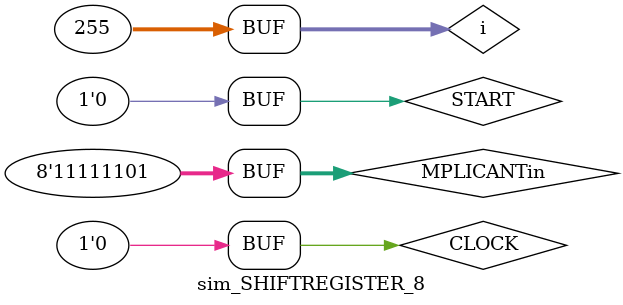
<source format=v>
`timescale 1ns / 1ps


module sim_SHIFTREGISTER_8();
    wire [7:0] MPLICANT;
    reg START;
    reg [7:0] MPLICANTin;
    reg CLOCK;
    SHIFTREGISTER_8 test(
        .P_OUT(MPLICANT),   // Will go to summer
        .S_OUT(),          // Does not need this either          
        .P_IN(MPLICANTin),  
        .S_IN(0),           // This does not matter since it MPLICANT does not shift
        .SHIFT_LOAD(0),     // Accu does not need to shift
        .ASYN(START),       // Asynchronous clear
        .P_IN_INITIAL(MPLICANTin), // START=1 LOAD MPLICANTin
        .CLOCK(CLOCK));          // Why need clock when you never use it?
    integer i;
    initial begin
        for(i=0;i<255;i=i+1) begin
            #5 START<=(i%2);
            #5 MPLICANTin=i;
            #5 CLOCK=1;
            #5 MPLICANTin=(i-1);
            #5 CLOCK=0;
        end
    end
endmodule

</source>
